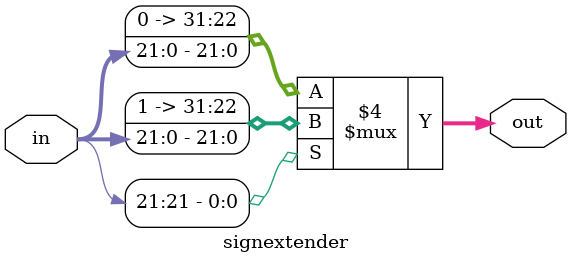
<source format=v>
`timescale 1ns / 1ps


module signextender(in, out);
input [21:0] in;
output reg [31:0] out;
always@(in)
begin
    if(in[21] == 1)
    begin
        out = {10'b1111111111, in};
    end
    else
    begin
        out = {10'b0000000000, in};
    end
end
endmodule

</source>
